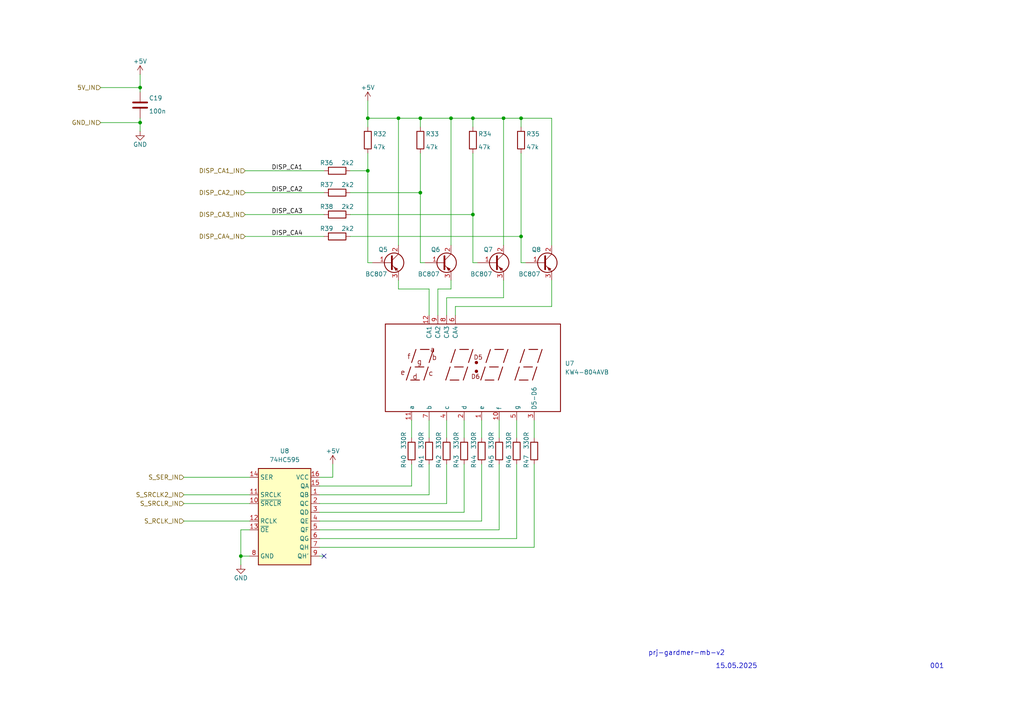
<source format=kicad_sch>
(kicad_sch (version 20231120) (generator "eeschema") (generator_version "8.0")
  (paper "A4")
  (lib_symbols
    (symbol "alf64:+5V" (power) (pin_numbers hide) (pin_names (offset 0) hide)
      (property "Value" "+5V" (at 0 3.556 0))
      (symbol "+5V_0_1"
        (polyline (pts (xy -0.762 1.27) (xy 0 2.54)))
        (polyline (pts (xy 0 0) (xy 0 2.54)))
        (polyline (pts (xy 0 2.54) (xy 0.762 1.27)))
      )
      (symbol "+5V_1_1"
        (pin power_in line (at 0 0 90) (length 0) (name "~") (number "1"))
      )
    )
    (symbol "alf64:74HC595"
      (property "Reference" "U" (at -7.62 13.97 0))
      (property "Value" "74HC595" (at -7.62 -16.51 0))
      (symbol "74HC595_1_0"
        (pin tri_state line (at 10.16 5.08 180) (length 2.54) (name "QB") (number "1"))
        (pin input line (at -10.16 2.54 0) (length 2.54) (name "~{SRCLR}") (number "10"))
        (pin input line (at -10.16 5.08 0) (length 2.54) (name "SRCLK") (number "11"))
        (pin input line (at -10.16 -2.54 0) (length 2.54) (name "RCLK") (number "12"))
        (pin input line (at -10.16 -5.08 0) (length 2.54) (name "~{OE}") (number "13"))
        (pin input line (at -10.16 10.16 0) (length 2.54) (name "SER") (number "14"))
        (pin tri_state line (at 10.16 7.62 180) (length 2.54) (name "QA") (number "15"))
        (pin power_in line (at 10.16 10.16 180) (length 2.54) (name "VCC") (number "16"))
        (pin tri_state line (at 10.16 2.54 180) (length 2.54) (name "QC") (number "2"))
        (pin tri_state line (at 10.16 0 180) (length 2.54) (name "QD") (number "3"))
        (pin tri_state line (at 10.16 -2.54 180) (length 2.54) (name "QE") (number "4"))
        (pin tri_state line (at 10.16 -5.08 180) (length 2.54) (name "QF") (number "5"))
        (pin tri_state line (at 10.16 -7.62 180) (length 2.54) (name "QG") (number "6"))
        (pin tri_state line (at 10.16 -10.16 180) (length 2.54) (name "QH") (number "7"))
        (pin power_in line (at -10.16 -12.7 0) (length 2.54) (name "GND") (number "8"))
        (pin output line (at 10.16 -12.7 180) (length 2.54) (name "QH'") (number "9"))
      )
      (symbol "74HC595_1_1"
        (rectangle (start -7.62 12.7) (end 7.62 -15.24) (stroke (width 0.254)) (fill (type background)))
      )
    )
    (symbol "alf64:C" (pin_numbers hide) (pin_names (offset 0.254))
      (property "Reference" "C" (at 0.635 2.54 0))
      (property "Value" "C" (at 0.635 -2.54 0))
      (symbol "C_0_1"
        (polyline (pts (xy -2.032 -0.762) (xy 2.032 -0.762)) (stroke (width 0.508)))
        (polyline (pts (xy -2.032 0.762) (xy 2.032 0.762)) (stroke (width 0.508)))
      )
      (symbol "C_1_1"
        (pin passive line (at 0 3.81 270) (length 2.794) (name "~") (number "1"))
        (pin passive line (at 0 -3.81 90) (length 2.794) (name "~") (number "2"))
      )
    )
    (symbol "alf64:GND" (power) (pin_numbers hide) (pin_names (offset 0) hide)
      (property "Value" "GND" (at 0 -3.81 0))
      (symbol "GND_0_1"
        (polyline (pts (xy 0 0) (xy 0 -1.27) (xy 1.27 -1.27) (xy 0 -2.54) (xy -1.27 -1.27) (xy 0 -1.27)))
      )
      (symbol "GND_1_1"
        (pin power_in line (at 0 0 270) (length 0) (name "~") (number "1"))
      )
    )
    (symbol "alf64:KW4-804AVB"
      (property "Reference" "U" (at -24.13 13.97 0))
      (property "Value" "KW4-804AVB" (at 18.542 14.224 0))
      (symbol "KW4-804AVB_0_0"
        (rectangle (start -25.4 12.7) (end 25.4 -12.7) (stroke (width 0.254)))
        (polyline (pts (xy -19.304 -3.556) (xy -18.034 0.254)) (stroke (width 0.254)))
        (polyline (pts (xy -18.034 -3.556) (xy -15.494 -3.556)) (stroke (width 0.254)))
        (polyline (pts (xy -17.78 1.524) (xy -16.51 5.334)) (stroke (width 0.254)))
        (polyline (pts (xy -16.764 0.254) (xy -14.224 0.254)) (stroke (width 0.254)))
        (polyline (pts (xy -15.24 5.334) (xy -12.7 5.334)) (stroke (width 0.254)))
        (polyline (pts (xy -14.224 -3.556) (xy -12.954 0.254)) (stroke (width 0.254)))
        (polyline (pts (xy -12.7 1.524) (xy -11.43 5.334)) (stroke (width 0.254)))
        (polyline (pts (xy -7.874 -3.556) (xy -6.604 0.254)) (stroke (width 0.254)))
        (polyline (pts (xy -6.604 -3.556) (xy -4.064 -3.556)) (stroke (width 0.254)))
        (polyline (pts (xy -6.35 1.524) (xy -5.08 5.334)) (stroke (width 0.254)))
        (polyline (pts (xy -5.334 0.254) (xy -2.794 0.254)) (stroke (width 0.254)))
        (polyline (pts (xy -3.81 5.334) (xy -1.27 5.334)) (stroke (width 0.254)))
        (polyline (pts (xy -2.794 -3.556) (xy -1.524 0.254)) (stroke (width 0.254)))
        (polyline (pts (xy -1.27 1.524) (xy 0 5.334)) (stroke (width 0.254)))
        (polyline (pts (xy 2.286 -3.556) (xy 3.556 0.254)) (stroke (width 0.254)))
        (polyline (pts (xy 3.556 -3.556) (xy 6.096 -3.556)) (stroke (width 0.254)))
        (polyline (pts (xy 3.81 1.524) (xy 5.08 5.334)) (stroke (width 0.254)))
        (polyline (pts (xy 4.826 0.254) (xy 7.366 0.254)) (stroke (width 0.254)))
        (polyline (pts (xy 6.35 5.334) (xy 8.89 5.334)) (stroke (width 0.254)))
        (polyline (pts (xy 7.366 -3.556) (xy 8.636 0.254)) (stroke (width 0.254)))
        (polyline (pts (xy 8.89 1.524) (xy 10.16 5.334)) (stroke (width 0.254)))
        (polyline (pts (xy 12.192 -3.556) (xy 13.462 0.254)) (stroke (width 0.254)))
        (polyline (pts (xy 13.462 -3.556) (xy 16.002 -3.556)) (stroke (width 0.254)))
        (polyline (pts (xy 13.716 1.524) (xy 14.986 5.334)) (stroke (width 0.254)))
        (polyline (pts (xy 14.732 0.254) (xy 17.272 0.254)) (stroke (width 0.254)))
        (polyline (pts (xy 16.256 5.334) (xy 18.796 5.334)) (stroke (width 0.254)))
        (polyline (pts (xy 17.272 -3.556) (xy 18.542 0.254)) (stroke (width 0.254)))
        (polyline (pts (xy 18.796 1.524) (xy 20.066 5.334)) (stroke (width 0.254)))
        (text "a" (at -11.684 5.334 0) (effects (font (size 1.524 1.524))))
        (text "b" (at -11.176 3.048 0) (effects (font (size 1.524 1.524))))
        (text "c" (at -12.192 -1.524 0) (effects (font (size 1.524 1.524))))
        (text "d" (at -16.764 -2.54 0) (effects (font (size 1.524 1.524))))
        (text "e" (at -20.32 -1.27 0) (effects (font (size 1.524 1.524))))
        (text "f" (at -18.542 3.302 0) (effects (font (size 1.524 1.524))))
        (text "g" (at -15.494 1.778 0) (effects (font (size 1.524 1.524))))
      )
      (symbol "KW4-804AVB_0_1"
        (circle (center 1.016 1.524) (radius 0.3556) (stroke (width 0.254)) (fill (type outline)))
      )
      (symbol "KW4-804AVB_1_0"
        (circle (center 1.016 -1.016) (radius 0.3556) (stroke (width 0.254)) (fill (type outline)))
        (text "D5" (at 1.524 3.048 0) (effects (font (size 1.27 1.27))))
        (text "D6" (at 0.762 -2.54 0) (effects (font (size 1.27 1.27))))
      )
      (symbol "KW4-804AVB_1_1"
        (pin input line (at 2.54 -15.24 90) (length 2.54) (name "e") (number "1"))
        (pin input line (at 7.62 -15.24 90) (length 2.54) (name "f") (number "10"))
        (pin input line (at -17.78 -15.24 90) (length 2.54) (name "a") (number "11"))
        (pin input line (at -12.7 15.24 270) (length 2.54) (name "CA1") (number "12"))
        (pin input line (at -2.54 -15.24 90) (length 2.54) (name "d") (number "2"))
        (pin input line (at 17.78 -15.24 90) (length 2.54) (name "D5-D6") (number "3"))
        (pin input line (at -7.62 -15.24 90) (length 2.54) (name "c") (number "4"))
        (pin input line (at 12.7 -15.24 90) (length 2.54) (name "g") (number "5"))
        (pin input line (at -5.08 15.24 270) (length 2.54) (name "CA4") (number "6"))
        (pin input line (at -12.7 -15.24 90) (length 2.54) (name "b") (number "7"))
        (pin input line (at -7.62 15.24 270) (length 2.54) (name "CA3") (number "8"))
        (pin input line (at -10.16 15.24 270) (length 2.54) (name "CA2") (number "9"))
      )
    )
    (symbol "alf64:Q_PNP_BCE" (pin_names (offset 0) hide)
      (property "Reference" "Q" (at 5.08 1.27 0))
      (property "Value" "Q_PNP_BCE" (at 5.08 -1.27 0))
      (symbol "Q_PNP_BCE_0_1"
        (polyline (pts (xy 0.635 0.635) (xy 2.54 2.54)))
        (polyline (pts (xy 0.635 -0.635) (xy 2.54 -2.54) (xy 2.54 -2.54)))
        (polyline (pts (xy 0.635 1.905) (xy 0.635 -1.905) (xy 0.635 -1.905)) (stroke (width 0.508)))
        (polyline (pts (xy 2.286 -1.778) (xy 1.778 -2.286) (xy 1.27 -1.27) (xy 2.286 -1.778) (xy 2.286 -1.778)) (fill (type outline)))
        (circle (center 1.27 0) (radius 2.8194) (stroke (width 0.254)))
      )
      (symbol "Q_PNP_BCE_1_1"
        (pin input line (at -5.08 0 0) (length 5.715) (name "B") (number "1"))
        (pin passive line (at 2.54 5.08 270) (length 2.54) (name "C") (number "2"))
        (pin passive line (at 2.54 -5.08 90) (length 2.54) (name "E") (number "3"))
      )
    )
    (symbol "alf64:R" (pin_numbers hide) (pin_names (offset 0))
      (property "Reference" "R" (at 2.032 0 90))
      (property "Value" "R" (at 0 0 90))
      (symbol "R_0_1"
        (rectangle (start -1.016 -2.54) (end 1.016 2.54) (stroke (width 0.254)))
      )
      (symbol "R_1_1"
        (pin passive line (at 0 3.81 270) (length 1.27) (name "~") (number "1"))
        (pin passive line (at 0 -3.81 90) (length 1.27) (name "~") (number "2"))
      )
    )
  )
  (junction (at 137.16 62.23))
  (junction (at 115.57 34.29))
  (junction (at 69.85 161.29))
  (junction (at 121.92 55.88))
  (junction (at 40.64 35.56))
  (junction (at 130.81 34.29))
  (junction (at 151.13 34.29))
  (junction (at 137.16 34.29))
  (junction (at 146.05 34.29))
  (junction (at 106.68 34.29))
  (junction (at 151.13 68.58))
  (junction (at 121.92 34.29))
  (junction (at 106.68 49.53))
  (junction (at 40.64 25.4))
  (no_connect (at 93.98 161.29))
  (wire (pts (xy 92.71 161.29) (xy 93.98 161.29)))
  (wire (pts (xy 92.71 156.21) (xy 149.86 156.21)))
  (wire (pts (xy 71.12 68.58) (xy 93.98 68.58)))
  (wire (pts (xy 132.08 88.9) (xy 132.08 91.44)))
  (wire (pts (xy 144.78 121.92) (xy 144.78 127)))
  (wire (pts (xy 160.02 71.12) (xy 160.02 34.29)))
  (wire (pts (xy 115.57 34.29) (xy 115.57 71.12)))
  (wire (pts (xy 71.12 49.53) (xy 93.98 49.53)))
  (wire (pts (xy 106.68 34.29) (xy 115.57 34.29)))
  (wire (pts (xy 29.21 35.56) (xy 40.64 35.56)))
  (wire (pts (xy 53.34 143.51) (xy 72.39 143.51)))
  (wire (pts (xy 129.54 121.92) (xy 129.54 127)))
  (wire (pts (xy 92.71 138.43) (xy 96.52 138.43)))
  (wire (pts (xy 40.64 34.29) (xy 40.64 35.56)))
  (wire (pts (xy 53.34 138.43) (xy 72.39 138.43)))
  (wire (pts (xy 139.7 151.13) (xy 139.7 134.62)))
  (wire (pts (xy 40.64 25.4) (xy 40.64 21.59)))
  (wire (pts (xy 121.92 76.2) (xy 123.19 76.2)))
  (wire (pts (xy 129.54 146.05) (xy 129.54 134.62)))
  (wire (pts (xy 40.64 35.56) (xy 40.64 38.1)))
  (wire (pts (xy 144.78 153.67) (xy 144.78 134.62)))
  (wire (pts (xy 129.54 86.36) (xy 129.54 91.44)))
  (wire (pts (xy 137.16 34.29) (xy 130.81 34.29)))
  (wire (pts (xy 106.68 76.2) (xy 107.95 76.2)))
  (wire (pts (xy 92.71 153.67) (xy 144.78 153.67)))
  (wire (pts (xy 160.02 34.29) (xy 151.13 34.29)))
  (wire (pts (xy 92.71 146.05) (xy 129.54 146.05)))
  (wire (pts (xy 101.6 55.88) (xy 121.92 55.88)))
  (wire (pts (xy 115.57 81.28) (xy 115.57 83.82)))
  (wire (pts (xy 106.68 29.21) (xy 106.68 34.29)))
  (wire (pts (xy 92.71 143.51) (xy 124.46 143.51)))
  (wire (pts (xy 72.39 161.29) (xy 69.85 161.29)))
  (wire (pts (xy 53.34 151.13) (xy 72.39 151.13)))
  (wire (pts (xy 69.85 161.29) (xy 69.85 163.83)))
  (wire (pts (xy 92.71 148.59) (xy 134.62 148.59)))
  (wire (pts (xy 92.71 151.13) (xy 139.7 151.13)))
  (wire (pts (xy 121.92 34.29) (xy 121.92 36.83)))
  (wire (pts (xy 71.12 62.23) (xy 93.98 62.23)))
  (wire (pts (xy 96.52 138.43) (xy 96.52 134.62)))
  (wire (pts (xy 40.64 25.4) (xy 40.64 26.67)))
  (wire (pts (xy 139.7 121.92) (xy 139.7 127)))
  (wire (pts (xy 149.86 121.92) (xy 149.86 127)))
  (wire (pts (xy 121.92 76.2) (xy 121.92 55.88)))
  (wire (pts (xy 146.05 86.36) (xy 129.54 86.36)))
  (wire (pts (xy 154.94 158.75) (xy 154.94 134.62)))
  (wire (pts (xy 101.6 62.23) (xy 137.16 62.23)))
  (wire (pts (xy 160.02 88.9) (xy 132.08 88.9)))
  (wire (pts (xy 121.92 55.88) (xy 121.92 44.45)))
  (wire (pts (xy 146.05 34.29) (xy 137.16 34.29)))
  (wire (pts (xy 137.16 36.83) (xy 137.16 34.29)))
  (wire (pts (xy 146.05 34.29) (xy 146.05 71.12)))
  (wire (pts (xy 69.85 153.67) (xy 69.85 161.29)))
  (wire (pts (xy 115.57 83.82) (xy 124.46 83.82)))
  (wire (pts (xy 134.62 148.59) (xy 134.62 134.62)))
  (wire (pts (xy 72.39 153.67) (xy 69.85 153.67)))
  (wire (pts (xy 137.16 76.2) (xy 137.16 62.23)))
  (wire (pts (xy 146.05 81.28) (xy 146.05 86.36)))
  (wire (pts (xy 134.62 121.92) (xy 134.62 127)))
  (wire (pts (xy 124.46 143.51) (xy 124.46 134.62)))
  (wire (pts (xy 151.13 76.2) (xy 152.4 76.2)))
  (wire (pts (xy 130.81 34.29) (xy 121.92 34.29)))
  (wire (pts (xy 137.16 62.23) (xy 137.16 44.45)))
  (wire (pts (xy 151.13 68.58) (xy 151.13 76.2)))
  (wire (pts (xy 101.6 68.58) (xy 151.13 68.58)))
  (wire (pts (xy 130.81 34.29) (xy 130.81 71.12)))
  (wire (pts (xy 124.46 121.92) (xy 124.46 127)))
  (wire (pts (xy 124.46 83.82) (xy 124.46 91.44)))
  (wire (pts (xy 130.81 81.28) (xy 130.81 83.82)))
  (wire (pts (xy 137.16 76.2) (xy 138.43 76.2)))
  (wire (pts (xy 130.81 83.82) (xy 127 83.82)))
  (wire (pts (xy 119.38 140.97) (xy 119.38 134.62)))
  (wire (pts (xy 71.12 55.88) (xy 93.98 55.88)))
  (wire (pts (xy 101.6 49.53) (xy 106.68 49.53)))
  (wire (pts (xy 119.38 121.92) (xy 119.38 127)))
  (wire (pts (xy 106.68 76.2) (xy 106.68 49.53)))
  (wire (pts (xy 106.68 49.53) (xy 106.68 44.45)))
  (wire (pts (xy 151.13 36.83) (xy 151.13 34.29)))
  (wire (pts (xy 29.21 25.4) (xy 40.64 25.4)))
  (wire (pts (xy 92.71 158.75) (xy 154.94 158.75)))
  (wire (pts (xy 115.57 34.29) (xy 121.92 34.29)))
  (wire (pts (xy 151.13 44.45) (xy 151.13 68.58)))
  (wire (pts (xy 151.13 34.29) (xy 146.05 34.29)))
  (wire (pts (xy 160.02 81.28) (xy 160.02 88.9)))
  (wire (pts (xy 106.68 36.83) (xy 106.68 34.29)))
  (wire (pts (xy 154.94 121.92) (xy 154.94 127)))
  (wire (pts (xy 53.34 146.05) (xy 72.39 146.05)))
  (wire (pts (xy 92.71 140.97) (xy 119.38 140.97)))
  (wire (pts (xy 149.86 156.21) (xy 149.86 134.62)))
  (wire (pts (xy 127 83.82) (xy 127 91.44)))
  (text "001" (at 271.78 193.294 0) (effects (font (size 1.397 1.397))))
  (text "prj-gardmer-mb-v2" (at 199.136 189.484 0) (effects (font (size 1.397 1.397))))
  (text "15.05.2025" (at 213.614 193.294 0) (effects (font (size 1.397 1.397))))
  (label "DISP_CA3" (at 78.74 62.23 0))
  (label "DISP_CA1" (at 78.74 49.53 0))
  (label "DISP_CA4" (at 78.74 68.58 0))
  (label "DISP_CA2" (at 78.74 55.88 0))
  (hierarchical_label "S_RCLK_IN" (shape input) (at 53.34 151.13 180))
  (hierarchical_label "S_SRCLK2_IN" (shape input) (at 53.34 143.51 180))
  (hierarchical_label "5V_IN" (shape input) (at 29.21 25.4 180))
  (hierarchical_label "DISP_CA2_IN" (shape input) (at 71.12 55.88 180))
  (hierarchical_label "DISP_CA3_IN" (shape input) (at 71.12 62.23 180))
  (hierarchical_label "S_SRCLR_IN" (shape input) (at 53.34 146.05 180))
  (hierarchical_label "DISP_CA4_IN" (shape input) (at 71.12 68.58 180))
  (hierarchical_label "GND_IN" (shape input) (at 29.21 35.56 180))
  (hierarchical_label "S_SER_IN" (shape input) (at 53.34 138.43 180))
  (hierarchical_label "DISP_CA1_IN" (shape input) (at 71.12 49.53 180))
  (symbol (lib_id "alf64:R") (at 119.38 130.81 180) (unit 1)
    (property "Reference" "R40" (at 117.094 133.858 90))
    (property "Value" "330R" (at 117.094 127.762 90))
    (property "Footprint" "alf64:R_0805" (effects (hide yes)))
    (property "Description" "Resistor" (effects (hide yes)))
  )
  (symbol (lib_id "alf64:Q_PNP_BCE") (at 128.27 76.2 0) (unit 1)
    (property "Reference" "Q6" (at 124.968 72.39 0) (effects (justify left)))
    (property "Value" "BC807" (at 121.158 79.502 0) (effects (justify left)))
    (property "Footprint" "alf64:SOT-23-3" (effects (hide yes)))
    (property "Description" "PNP transistor, base/collector/emitter" (effects (hide yes)))
  )
  (symbol (lib_id "alf64:GND") (at 40.64 38.1 0) (unit 1)
    (property "Reference" "#PWR032" (effects (hide yes)))
    (property "Value" "GND" (at 40.64 41.91 0))
    (property "Description" "Power symbol creates a global label with name \"GND\" , ground" (effects (hide yes)))
  )
  (symbol (lib_id "alf64:C") (at 40.64 30.48 0) (unit 1)
    (property "Reference" "C19" (at 43.18 28.448 0) (effects (justify left)))
    (property "Value" "100n" (at 43.18 32.258 0) (effects (justify left)))
    (property "Footprint" "alf64:C_0805" (effects (hide yes)))
    (property "Description" "Unpolarized capacitor" (effects (hide yes)))
  )
  (symbol (lib_id "alf64:R") (at 106.68 40.64 0) (unit 1)
    (property "Reference" "R32" (at 108.204 38.862 0) (effects (justify left)))
    (property "Value" "47k" (at 108.204 42.672 0) (effects (justify left)))
    (property "Footprint" "alf64:R_0805" (effects (hide yes)))
    (property "Description" "Resistor" (effects (hide yes)))
  )
  (symbol (lib_id "alf64:R") (at 124.46 130.81 180) (unit 1)
    (property "Reference" "R41" (at 122.174 133.858 90))
    (property "Value" "330R" (at 122.174 127.762 90))
    (property "Footprint" "alf64:R_0805" (effects (hide yes)))
    (property "Description" "Resistor" (effects (hide yes)))
  )
  (symbol (lib_id "alf64:+5V") (at 106.68 29.21 0) (unit 1)
    (property "Reference" "#PWR030" (effects (hide yes)))
    (property "Value" "+5V" (at 106.68 25.4 0))
    (property "Description" "Power symbol creates a global label with name \"+5V\"" (effects (hide yes)))
  )
  (symbol (lib_id "alf64:R") (at 134.62 130.81 180) (unit 1)
    (property "Reference" "R43" (at 132.334 133.858 90))
    (property "Value" "330R" (at 132.334 127.762 90))
    (property "Footprint" "alf64:R_0805" (effects (hide yes)))
    (property "Description" "Resistor" (effects (hide yes)))
  )
  (symbol (lib_id "alf64:GND") (at 69.85 163.83 0) (unit 1)
    (property "Reference" "#PWR034" (effects (hide yes)))
    (property "Value" "GND" (at 69.85 167.64 0))
    (property "Description" "Power symbol creates a global label with name \"GND\" , ground" (effects (hide yes)))
  )
  (symbol (lib_id "alf64:R") (at 129.54 130.81 180) (unit 1)
    (property "Reference" "R42" (at 127.254 133.858 90))
    (property "Value" "330R" (at 127.254 127.762 90))
    (property "Footprint" "alf64:R_0805" (effects (hide yes)))
    (property "Description" "Resistor" (effects (hide yes)))
  )
  (symbol (lib_id "alf64:R") (at 139.7 130.81 180) (unit 1)
    (property "Reference" "R44" (at 137.414 133.858 90))
    (property "Value" "330R" (at 137.414 127.762 90))
    (property "Footprint" "alf64:R_0805" (effects (hide yes)))
    (property "Description" "Resistor" (effects (hide yes)))
  )
  (symbol (lib_id "alf64:Q_PNP_BCE") (at 157.48 76.2 0) (unit 1)
    (property "Reference" "Q8" (at 154.178 72.39 0) (effects (justify left)))
    (property "Value" "BC807" (at 150.368 79.502 0) (effects (justify left)))
    (property "Footprint" "alf64:SOT-23-3" (effects (hide yes)))
    (property "Description" "PNP transistor, base/collector/emitter" (effects (hide yes)))
  )
  (symbol (lib_id "alf64:R") (at 154.94 130.81 180) (unit 1)
    (property "Reference" "R47" (at 152.654 133.858 90))
    (property "Value" "330R" (at 152.654 127.762 90))
    (property "Footprint" "alf64:R_0805" (effects (hide yes)))
    (property "Description" "Resistor" (effects (hide yes)))
  )
  (symbol (lib_id "alf64:R") (at 97.79 68.58 90) (unit 1)
    (property "Reference" "R39" (at 94.742 66.294 90))
    (property "Value" "2k2" (at 100.838 66.294 90))
    (property "Footprint" "alf64:R_0805" (effects (hide yes)))
    (property "Description" "Resistor" (effects (hide yes)))
  )
  (symbol (lib_id "alf64:+5V") (at 96.52 134.62 0) (unit 1)
    (property "Reference" "#PWR033" (effects (hide yes)))
    (property "Value" "+5V" (at 96.52 130.81 0))
    (property "Description" "Power symbol creates a global label with name \"+5V\"" (effects (hide yes)))
  )
  (symbol (lib_id "alf64:+5V") (at 40.64 21.59 0) (unit 1)
    (property "Reference" "#PWR031" (effects (hide yes)))
    (property "Value" "+5V" (at 40.64 17.78 0))
    (property "Description" "Power symbol creates a global label with name \"+5V\"" (effects (hide yes)))
  )
  (symbol (lib_id "alf64:R") (at 149.86 130.81 180) (unit 1)
    (property "Reference" "R46" (at 147.574 133.858 90))
    (property "Value" "330R" (at 147.574 127.762 90))
    (property "Footprint" "alf64:R_0805" (effects (hide yes)))
    (property "Description" "Resistor" (effects (hide yes)))
  )
  (symbol (lib_id "alf64:R") (at 97.79 55.88 90) (unit 1)
    (property "Reference" "R37" (at 94.742 53.594 90))
    (property "Value" "2k2" (at 100.838 53.594 90))
    (property "Footprint" "alf64:R_0805" (effects (hide yes)))
    (property "Description" "Resistor" (effects (hide yes)))
  )
  (symbol (lib_id "alf64:R") (at 121.92 40.64 0) (unit 1)
    (property "Reference" "R33" (at 123.444 38.862 0) (effects (justify left)))
    (property "Value" "47k" (at 123.444 42.672 0) (effects (justify left)))
    (property "Footprint" "alf64:R_0805" (effects (hide yes)))
    (property "Description" "Resistor" (effects (hide yes)))
  )
  (symbol (lib_id "alf64:R") (at 137.16 40.64 0) (unit 1)
    (property "Reference" "R34" (at 138.684 38.862 0) (effects (justify left)))
    (property "Value" "47k" (at 138.684 42.672 0) (effects (justify left)))
    (property "Footprint" "alf64:R_0805" (effects (hide yes)))
    (property "Description" "Resistor" (effects (hide yes)))
  )
  (symbol (lib_id "alf64:Q_PNP_BCE") (at 143.51 76.2 0) (unit 1)
    (property "Reference" "Q7" (at 140.208 72.39 0) (effects (justify left)))
    (property "Value" "BC807" (at 136.398 79.502 0) (effects (justify left)))
    (property "Footprint" "alf64:SOT-23-3" (effects (hide yes)))
    (property "Description" "PNP transistor, base/collector/emitter" (effects (hide yes)))
  )
  (symbol (lib_id "alf64:Q_PNP_BCE") (at 113.03 76.2 0) (unit 1)
    (property "Reference" "Q5" (at 109.728 72.39 0) (effects (justify left)))
    (property "Value" "BC807" (at 105.918 79.502 0) (effects (justify left)))
    (property "Footprint" "alf64:SOT-23-3" (effects (hide yes)))
    (property "Description" "PNP transistor, base/collector/emitter" (effects (hide yes)))
  )
  (symbol (lib_id "alf64:R") (at 144.78 130.81 180) (unit 1)
    (property "Reference" "R45" (at 142.494 133.858 90))
    (property "Value" "330R" (at 142.494 127.762 90))
    (property "Footprint" "alf64:R_0805" (effects (hide yes)))
    (property "Description" "Resistor" (effects (hide yes)))
  )
  (symbol (lib_id "alf64:KW4-804AVB") (at 137.16 106.68 0) (unit 1)
    (property "Reference" "U7" (at 163.83 105.4099 0) (effects (justify left)))
    (property "Value" "KW4-804AVB" (at 163.83 107.9499 0) (effects (justify left)))
    (property "Footprint" "alf64:KW4-804AVB" (effects (hide yes)))
    (property "Description" "LED 7-segment display, common anode, 4 digits" (effects (hide yes)))
  )
  (symbol (lib_id "alf64:74HC595") (at 82.55 148.59 0) (unit 1)
    (property "Reference" "U8" (at 82.55 130.81 0))
    (property "Value" "74HC595" (at 82.55 133.35 0))
    (property "Footprint" "alf64:SO-16_3.9x9.9mm_P1.27mm" (effects (hide yes)))
  )
  (symbol (lib_id "alf64:R") (at 97.79 62.23 90) (unit 1)
    (property "Reference" "R38" (at 94.742 59.944 90))
    (property "Value" "2k2" (at 100.838 59.944 90))
    (property "Footprint" "alf64:R_0805" (effects (hide yes)))
    (property "Description" "Resistor" (effects (hide yes)))
  )
  (symbol (lib_id "alf64:R") (at 151.13 40.64 0) (unit 1)
    (property "Reference" "R35" (at 152.654 38.862 0) (effects (justify left)))
    (property "Value" "47k" (at 152.654 42.672 0) (effects (justify left)))
    (property "Footprint" "alf64:R_0805" (effects (hide yes)))
    (property "Description" "Resistor" (effects (hide yes)))
  )
  (symbol (lib_id "alf64:R") (at 97.79 49.53 90) (unit 1)
    (property "Reference" "R36" (at 94.742 47.244 90))
    (property "Value" "2k2" (at 100.838 47.244 90))
    (property "Footprint" "alf64:R_0805" (effects (hide yes)))
    (property "Description" "Resistor" (effects (hide yes)))
  )
)
</source>
